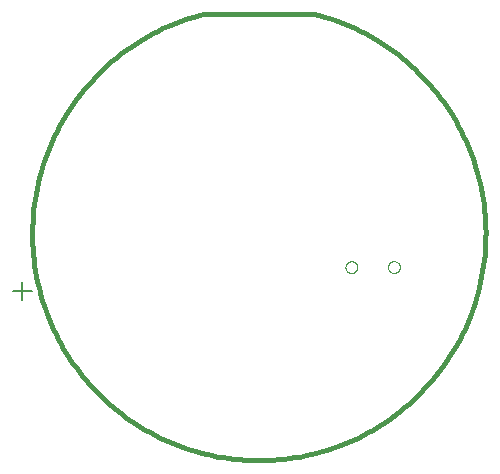
<source format=gbo>
G75*
%MOIN*%
%OFA0B0*%
%FSLAX25Y25*%
%IPPOS*%
%LPD*%
%AMOC8*
5,1,8,0,0,1.08239X$1,22.5*
%
%ADD10C,0.01600*%
%ADD11C,0.00800*%
%ADD12C,0.00000*%
D10*
X0069963Y0151406D02*
X0068175Y0150939D01*
X0066400Y0150428D01*
X0064637Y0149874D01*
X0062888Y0149277D01*
X0061154Y0148637D01*
X0059437Y0147956D01*
X0057736Y0147232D01*
X0056054Y0146467D01*
X0054391Y0145661D01*
X0052749Y0144815D01*
X0051127Y0143928D01*
X0049528Y0143003D01*
X0047952Y0142038D01*
X0046400Y0141036D01*
X0044872Y0139995D01*
X0043371Y0138918D01*
X0041897Y0137804D01*
X0040450Y0136655D01*
X0039032Y0135470D01*
X0037643Y0134251D01*
X0036284Y0132999D01*
X0034956Y0131713D01*
X0033661Y0130396D01*
X0032397Y0129047D01*
X0031168Y0127668D01*
X0029972Y0126259D01*
X0028811Y0124821D01*
X0027686Y0123356D01*
X0026596Y0121863D01*
X0025544Y0120344D01*
X0024529Y0118800D01*
X0023552Y0117231D01*
X0022614Y0115639D01*
X0021715Y0114025D01*
X0020856Y0112389D01*
X0020037Y0110732D01*
X0019258Y0109056D01*
X0018521Y0107362D01*
X0017826Y0105650D01*
X0017173Y0103921D01*
X0016562Y0102177D01*
X0015994Y0100419D01*
X0015469Y0098647D01*
X0014988Y0096863D01*
X0014550Y0095068D01*
X0014157Y0093262D01*
X0013808Y0091447D01*
X0013503Y0089625D01*
X0013243Y0087795D01*
X0013027Y0085960D01*
X0012857Y0084120D01*
X0012732Y0082276D01*
X0012652Y0080430D01*
X0012617Y0078583D01*
X0012627Y0076735D01*
X0012682Y0074888D01*
X0012783Y0073043D01*
X0012928Y0071201D01*
X0013119Y0069363D01*
X0013355Y0067530D01*
X0013635Y0065703D01*
X0013960Y0063884D01*
X0014329Y0062074D01*
X0014742Y0060272D01*
X0015200Y0058482D01*
X0015701Y0056703D01*
X0016245Y0054938D01*
X0016833Y0053185D01*
X0017463Y0051448D01*
X0018135Y0049727D01*
X0018849Y0048023D01*
X0019605Y0046336D01*
X0020401Y0044669D01*
X0021239Y0043022D01*
X0022116Y0041395D01*
X0023033Y0039791D01*
X0023988Y0038210D01*
X0024983Y0036652D01*
X0026015Y0035119D01*
X0027084Y0033612D01*
X0028189Y0032131D01*
X0029331Y0030678D01*
X0030508Y0029253D01*
X0031719Y0027858D01*
X0032964Y0026492D01*
X0034242Y0025157D01*
X0035552Y0023854D01*
X0036894Y0022584D01*
X0038266Y0021346D01*
X0039668Y0020143D01*
X0041100Y0018974D01*
X0042559Y0017841D01*
X0044046Y0016743D01*
X0045559Y0015682D01*
X0047097Y0014659D01*
X0048661Y0013673D01*
X0050247Y0012726D01*
X0051857Y0011818D01*
X0053488Y0010950D01*
X0055140Y0010122D01*
X0056812Y0009335D01*
X0058502Y0008588D01*
X0060210Y0007883D01*
X0061935Y0007221D01*
X0063676Y0006600D01*
X0065431Y0006022D01*
X0067200Y0005488D01*
X0068981Y0004997D01*
X0070774Y0004549D01*
X0072577Y0004146D01*
X0074390Y0003787D01*
X0076211Y0003472D01*
X0078039Y0003202D01*
X0079873Y0002976D01*
X0081712Y0002796D01*
X0083555Y0002660D01*
X0085401Y0002570D01*
X0087248Y0002525D01*
X0089096Y0002525D01*
X0090943Y0002570D01*
X0092789Y0002660D01*
X0094632Y0002796D01*
X0096471Y0002976D01*
X0098305Y0003202D01*
X0100133Y0003472D01*
X0101954Y0003787D01*
X0103767Y0004146D01*
X0105570Y0004549D01*
X0107363Y0004997D01*
X0109144Y0005488D01*
X0110913Y0006022D01*
X0112668Y0006600D01*
X0114409Y0007221D01*
X0116134Y0007883D01*
X0117842Y0008588D01*
X0119532Y0009335D01*
X0121204Y0010122D01*
X0122856Y0010950D01*
X0124487Y0011818D01*
X0126097Y0012726D01*
X0127683Y0013673D01*
X0129247Y0014659D01*
X0130785Y0015682D01*
X0132298Y0016743D01*
X0133785Y0017841D01*
X0135244Y0018974D01*
X0136676Y0020143D01*
X0138078Y0021346D01*
X0139450Y0022584D01*
X0140792Y0023854D01*
X0142102Y0025157D01*
X0143380Y0026492D01*
X0144625Y0027858D01*
X0145836Y0029253D01*
X0147013Y0030678D01*
X0148155Y0032131D01*
X0149260Y0033612D01*
X0150329Y0035119D01*
X0151361Y0036652D01*
X0152356Y0038210D01*
X0153311Y0039791D01*
X0154228Y0041395D01*
X0155105Y0043022D01*
X0155943Y0044669D01*
X0156739Y0046336D01*
X0157495Y0048023D01*
X0158209Y0049727D01*
X0158881Y0051448D01*
X0159511Y0053185D01*
X0160099Y0054938D01*
X0160643Y0056703D01*
X0161144Y0058482D01*
X0161602Y0060272D01*
X0162015Y0062074D01*
X0162384Y0063884D01*
X0162709Y0065703D01*
X0162989Y0067530D01*
X0163225Y0069363D01*
X0163416Y0071201D01*
X0163561Y0073043D01*
X0163662Y0074888D01*
X0163717Y0076735D01*
X0163727Y0078583D01*
X0163692Y0080430D01*
X0163612Y0082276D01*
X0163487Y0084120D01*
X0163317Y0085960D01*
X0163101Y0087795D01*
X0162841Y0089625D01*
X0162536Y0091447D01*
X0162187Y0093262D01*
X0161794Y0095068D01*
X0161356Y0096863D01*
X0160875Y0098647D01*
X0160350Y0100419D01*
X0159782Y0102177D01*
X0159171Y0103921D01*
X0158518Y0105650D01*
X0157823Y0107362D01*
X0157086Y0109056D01*
X0156307Y0110732D01*
X0155488Y0112389D01*
X0154629Y0114025D01*
X0153730Y0115639D01*
X0152792Y0117231D01*
X0151815Y0118800D01*
X0150800Y0120344D01*
X0149748Y0121863D01*
X0148658Y0123356D01*
X0147533Y0124821D01*
X0146372Y0126259D01*
X0145176Y0127668D01*
X0143947Y0129047D01*
X0142683Y0130396D01*
X0141388Y0131713D01*
X0140060Y0132999D01*
X0138701Y0134251D01*
X0137312Y0135470D01*
X0135894Y0136655D01*
X0134447Y0137804D01*
X0132973Y0138918D01*
X0131472Y0139995D01*
X0129944Y0141036D01*
X0128392Y0142038D01*
X0126816Y0143003D01*
X0125217Y0143928D01*
X0123595Y0144815D01*
X0121953Y0145661D01*
X0120290Y0146467D01*
X0118608Y0147232D01*
X0116907Y0147956D01*
X0115190Y0148637D01*
X0113456Y0149277D01*
X0111707Y0149874D01*
X0109944Y0150428D01*
X0108169Y0150939D01*
X0106381Y0151406D01*
X0069963Y0151406D01*
D11*
X0009329Y0062000D02*
X0009329Y0055861D01*
X0006260Y0058931D02*
X0012399Y0058931D01*
D12*
X0117049Y0066918D02*
X0117051Y0067006D01*
X0117057Y0067094D01*
X0117067Y0067182D01*
X0117081Y0067270D01*
X0117098Y0067356D01*
X0117120Y0067442D01*
X0117145Y0067526D01*
X0117175Y0067610D01*
X0117207Y0067692D01*
X0117244Y0067772D01*
X0117284Y0067851D01*
X0117328Y0067928D01*
X0117375Y0068003D01*
X0117425Y0068075D01*
X0117479Y0068146D01*
X0117535Y0068213D01*
X0117595Y0068279D01*
X0117657Y0068341D01*
X0117723Y0068401D01*
X0117790Y0068457D01*
X0117861Y0068511D01*
X0117933Y0068561D01*
X0118008Y0068608D01*
X0118085Y0068652D01*
X0118164Y0068692D01*
X0118244Y0068729D01*
X0118326Y0068761D01*
X0118410Y0068791D01*
X0118494Y0068816D01*
X0118580Y0068838D01*
X0118666Y0068855D01*
X0118754Y0068869D01*
X0118842Y0068879D01*
X0118930Y0068885D01*
X0119018Y0068887D01*
X0119106Y0068885D01*
X0119194Y0068879D01*
X0119282Y0068869D01*
X0119370Y0068855D01*
X0119456Y0068838D01*
X0119542Y0068816D01*
X0119626Y0068791D01*
X0119710Y0068761D01*
X0119792Y0068729D01*
X0119872Y0068692D01*
X0119951Y0068652D01*
X0120028Y0068608D01*
X0120103Y0068561D01*
X0120175Y0068511D01*
X0120246Y0068457D01*
X0120313Y0068401D01*
X0120379Y0068341D01*
X0120441Y0068279D01*
X0120501Y0068213D01*
X0120557Y0068146D01*
X0120611Y0068075D01*
X0120661Y0068003D01*
X0120708Y0067928D01*
X0120752Y0067851D01*
X0120792Y0067772D01*
X0120829Y0067692D01*
X0120861Y0067610D01*
X0120891Y0067526D01*
X0120916Y0067442D01*
X0120938Y0067356D01*
X0120955Y0067270D01*
X0120969Y0067182D01*
X0120979Y0067094D01*
X0120985Y0067006D01*
X0120987Y0066918D01*
X0120985Y0066830D01*
X0120979Y0066742D01*
X0120969Y0066654D01*
X0120955Y0066566D01*
X0120938Y0066480D01*
X0120916Y0066394D01*
X0120891Y0066310D01*
X0120861Y0066226D01*
X0120829Y0066144D01*
X0120792Y0066064D01*
X0120752Y0065985D01*
X0120708Y0065908D01*
X0120661Y0065833D01*
X0120611Y0065761D01*
X0120557Y0065690D01*
X0120501Y0065623D01*
X0120441Y0065557D01*
X0120379Y0065495D01*
X0120313Y0065435D01*
X0120246Y0065379D01*
X0120175Y0065325D01*
X0120103Y0065275D01*
X0120028Y0065228D01*
X0119951Y0065184D01*
X0119872Y0065144D01*
X0119792Y0065107D01*
X0119710Y0065075D01*
X0119626Y0065045D01*
X0119542Y0065020D01*
X0119456Y0064998D01*
X0119370Y0064981D01*
X0119282Y0064967D01*
X0119194Y0064957D01*
X0119106Y0064951D01*
X0119018Y0064949D01*
X0118930Y0064951D01*
X0118842Y0064957D01*
X0118754Y0064967D01*
X0118666Y0064981D01*
X0118580Y0064998D01*
X0118494Y0065020D01*
X0118410Y0065045D01*
X0118326Y0065075D01*
X0118244Y0065107D01*
X0118164Y0065144D01*
X0118085Y0065184D01*
X0118008Y0065228D01*
X0117933Y0065275D01*
X0117861Y0065325D01*
X0117790Y0065379D01*
X0117723Y0065435D01*
X0117657Y0065495D01*
X0117595Y0065557D01*
X0117535Y0065623D01*
X0117479Y0065690D01*
X0117425Y0065761D01*
X0117375Y0065833D01*
X0117328Y0065908D01*
X0117284Y0065985D01*
X0117244Y0066064D01*
X0117207Y0066144D01*
X0117175Y0066226D01*
X0117145Y0066310D01*
X0117120Y0066394D01*
X0117098Y0066480D01*
X0117081Y0066566D01*
X0117067Y0066654D01*
X0117057Y0066742D01*
X0117051Y0066830D01*
X0117049Y0066918D01*
X0131223Y0066918D02*
X0131225Y0067006D01*
X0131231Y0067094D01*
X0131241Y0067182D01*
X0131255Y0067270D01*
X0131272Y0067356D01*
X0131294Y0067442D01*
X0131319Y0067526D01*
X0131349Y0067610D01*
X0131381Y0067692D01*
X0131418Y0067772D01*
X0131458Y0067851D01*
X0131502Y0067928D01*
X0131549Y0068003D01*
X0131599Y0068075D01*
X0131653Y0068146D01*
X0131709Y0068213D01*
X0131769Y0068279D01*
X0131831Y0068341D01*
X0131897Y0068401D01*
X0131964Y0068457D01*
X0132035Y0068511D01*
X0132107Y0068561D01*
X0132182Y0068608D01*
X0132259Y0068652D01*
X0132338Y0068692D01*
X0132418Y0068729D01*
X0132500Y0068761D01*
X0132584Y0068791D01*
X0132668Y0068816D01*
X0132754Y0068838D01*
X0132840Y0068855D01*
X0132928Y0068869D01*
X0133016Y0068879D01*
X0133104Y0068885D01*
X0133192Y0068887D01*
X0133280Y0068885D01*
X0133368Y0068879D01*
X0133456Y0068869D01*
X0133544Y0068855D01*
X0133630Y0068838D01*
X0133716Y0068816D01*
X0133800Y0068791D01*
X0133884Y0068761D01*
X0133966Y0068729D01*
X0134046Y0068692D01*
X0134125Y0068652D01*
X0134202Y0068608D01*
X0134277Y0068561D01*
X0134349Y0068511D01*
X0134420Y0068457D01*
X0134487Y0068401D01*
X0134553Y0068341D01*
X0134615Y0068279D01*
X0134675Y0068213D01*
X0134731Y0068146D01*
X0134785Y0068075D01*
X0134835Y0068003D01*
X0134882Y0067928D01*
X0134926Y0067851D01*
X0134966Y0067772D01*
X0135003Y0067692D01*
X0135035Y0067610D01*
X0135065Y0067526D01*
X0135090Y0067442D01*
X0135112Y0067356D01*
X0135129Y0067270D01*
X0135143Y0067182D01*
X0135153Y0067094D01*
X0135159Y0067006D01*
X0135161Y0066918D01*
X0135159Y0066830D01*
X0135153Y0066742D01*
X0135143Y0066654D01*
X0135129Y0066566D01*
X0135112Y0066480D01*
X0135090Y0066394D01*
X0135065Y0066310D01*
X0135035Y0066226D01*
X0135003Y0066144D01*
X0134966Y0066064D01*
X0134926Y0065985D01*
X0134882Y0065908D01*
X0134835Y0065833D01*
X0134785Y0065761D01*
X0134731Y0065690D01*
X0134675Y0065623D01*
X0134615Y0065557D01*
X0134553Y0065495D01*
X0134487Y0065435D01*
X0134420Y0065379D01*
X0134349Y0065325D01*
X0134277Y0065275D01*
X0134202Y0065228D01*
X0134125Y0065184D01*
X0134046Y0065144D01*
X0133966Y0065107D01*
X0133884Y0065075D01*
X0133800Y0065045D01*
X0133716Y0065020D01*
X0133630Y0064998D01*
X0133544Y0064981D01*
X0133456Y0064967D01*
X0133368Y0064957D01*
X0133280Y0064951D01*
X0133192Y0064949D01*
X0133104Y0064951D01*
X0133016Y0064957D01*
X0132928Y0064967D01*
X0132840Y0064981D01*
X0132754Y0064998D01*
X0132668Y0065020D01*
X0132584Y0065045D01*
X0132500Y0065075D01*
X0132418Y0065107D01*
X0132338Y0065144D01*
X0132259Y0065184D01*
X0132182Y0065228D01*
X0132107Y0065275D01*
X0132035Y0065325D01*
X0131964Y0065379D01*
X0131897Y0065435D01*
X0131831Y0065495D01*
X0131769Y0065557D01*
X0131709Y0065623D01*
X0131653Y0065690D01*
X0131599Y0065761D01*
X0131549Y0065833D01*
X0131502Y0065908D01*
X0131458Y0065985D01*
X0131418Y0066064D01*
X0131381Y0066144D01*
X0131349Y0066226D01*
X0131319Y0066310D01*
X0131294Y0066394D01*
X0131272Y0066480D01*
X0131255Y0066566D01*
X0131241Y0066654D01*
X0131231Y0066742D01*
X0131225Y0066830D01*
X0131223Y0066918D01*
M02*

</source>
